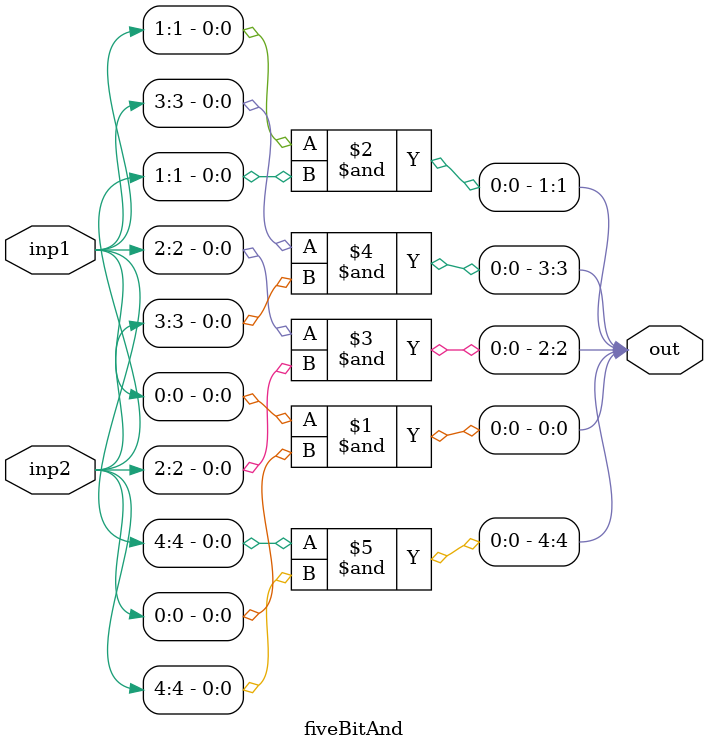
<source format=v>
module fiveBitAnd(out, inp1, inp2);
	// Input - Output declaration
	input [4:0]inp1, inp2;
	output [4:0]out;
	
	
	// Operation for 5-bit and gate
	// Using five 1-bit and gates to create 5-bit and gate
	and g1(out[0], inp1[0], inp2[0]);
	and g2(out[1], inp1[1], inp2[1]);
	and g3(out[2], inp1[2], inp2[2]);
	and g4(out[3], inp1[3], inp2[3]);
	and g5(out[4], inp1[4], inp2[4]);
endmodule
</source>
